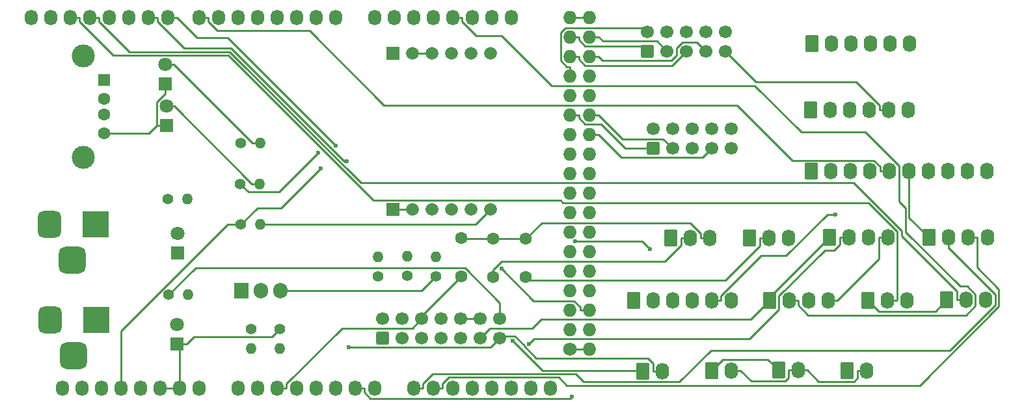
<source format=gbr>
G04 #@! TF.GenerationSoftware,KiCad,Pcbnew,7.0.9*
G04 #@! TF.CreationDate,2024-01-20T08:56:29+10:00*
G04 #@! TF.ProjectId,INSTRUMENTS_CONTROLLER,494e5354-5255-44d4-954e-54535f434f4e,rev?*
G04 #@! TF.SameCoordinates,Original*
G04 #@! TF.FileFunction,Copper,L1,Top*
G04 #@! TF.FilePolarity,Positive*
%FSLAX46Y46*%
G04 Gerber Fmt 4.6, Leading zero omitted, Abs format (unit mm)*
G04 Created by KiCad (PCBNEW 7.0.9) date 2024-01-20 08:56:29*
%MOMM*%
%LPD*%
G01*
G04 APERTURE LIST*
G04 Aperture macros list*
%AMRoundRect*
0 Rectangle with rounded corners*
0 $1 Rounding radius*
0 $2 $3 $4 $5 $6 $7 $8 $9 X,Y pos of 4 corners*
0 Add a 4 corners polygon primitive as box body*
4,1,4,$2,$3,$4,$5,$6,$7,$8,$9,$2,$3,0*
0 Add four circle primitives for the rounded corners*
1,1,$1+$1,$2,$3*
1,1,$1+$1,$4,$5*
1,1,$1+$1,$6,$7*
1,1,$1+$1,$8,$9*
0 Add four rect primitives between the rounded corners*
20,1,$1+$1,$2,$3,$4,$5,0*
20,1,$1+$1,$4,$5,$6,$7,0*
20,1,$1+$1,$6,$7,$8,$9,0*
20,1,$1+$1,$8,$9,$2,$3,0*%
G04 Aperture macros list end*
G04 #@! TA.AperFunction,ComponentPad*
%ADD10C,1.727200*%
G04 #@! TD*
G04 #@! TA.AperFunction,ComponentPad*
%ADD11O,1.727200X1.727200*%
G04 #@! TD*
G04 #@! TA.AperFunction,ComponentPad*
%ADD12O,1.727200X2.032000*%
G04 #@! TD*
G04 #@! TA.AperFunction,ComponentPad*
%ADD13R,1.800000X1.800000*%
G04 #@! TD*
G04 #@! TA.AperFunction,ComponentPad*
%ADD14C,1.800000*%
G04 #@! TD*
G04 #@! TA.AperFunction,ComponentPad*
%ADD15C,1.400000*%
G04 #@! TD*
G04 #@! TA.AperFunction,ComponentPad*
%ADD16O,1.400000X1.400000*%
G04 #@! TD*
G04 #@! TA.AperFunction,ComponentPad*
%ADD17R,1.905000X2.000000*%
G04 #@! TD*
G04 #@! TA.AperFunction,ComponentPad*
%ADD18O,1.905000X2.000000*%
G04 #@! TD*
G04 #@! TA.AperFunction,ComponentPad*
%ADD19RoundRect,0.250000X0.600000X-0.600000X0.600000X0.600000X-0.600000X0.600000X-0.600000X-0.600000X0*%
G04 #@! TD*
G04 #@! TA.AperFunction,ComponentPad*
%ADD20C,1.700000*%
G04 #@! TD*
G04 #@! TA.AperFunction,ComponentPad*
%ADD21RoundRect,0.250000X-0.620000X-0.845000X0.620000X-0.845000X0.620000X0.845000X-0.620000X0.845000X0*%
G04 #@! TD*
G04 #@! TA.AperFunction,ComponentPad*
%ADD22O,1.740000X2.190000*%
G04 #@! TD*
G04 #@! TA.AperFunction,ComponentPad*
%ADD23C,1.600000*%
G04 #@! TD*
G04 #@! TA.AperFunction,ComponentPad*
%ADD24R,3.500000X3.500000*%
G04 #@! TD*
G04 #@! TA.AperFunction,ComponentPad*
%ADD25RoundRect,0.750000X-0.750000X-1.000000X0.750000X-1.000000X0.750000X1.000000X-0.750000X1.000000X0*%
G04 #@! TD*
G04 #@! TA.AperFunction,ComponentPad*
%ADD26RoundRect,0.875000X-0.875000X-0.875000X0.875000X-0.875000X0.875000X0.875000X-0.875000X0.875000X0*%
G04 #@! TD*
G04 #@! TA.AperFunction,ComponentPad*
%ADD27R,1.500000X1.600000*%
G04 #@! TD*
G04 #@! TA.AperFunction,ComponentPad*
%ADD28C,3.000000*%
G04 #@! TD*
G04 #@! TA.AperFunction,ComponentPad*
%ADD29R,1.665000X1.665000*%
G04 #@! TD*
G04 #@! TA.AperFunction,ComponentPad*
%ADD30C,1.665000*%
G04 #@! TD*
G04 #@! TA.AperFunction,ViaPad*
%ADD31C,0.600000*%
G04 #@! TD*
G04 #@! TA.AperFunction,Conductor*
%ADD32C,0.250000*%
G04 #@! TD*
G04 APERTURE END LIST*
D10*
X197358000Y-114046000D03*
D11*
X199898000Y-114046000D03*
X197358000Y-111506000D03*
X199898000Y-111506000D03*
X197358000Y-108966000D03*
X199898000Y-108966000D03*
X197358000Y-106426000D03*
X199898000Y-106426000D03*
X197358000Y-103886000D03*
X199898000Y-103886000D03*
X197358000Y-101346000D03*
X199898000Y-101346000D03*
X197358000Y-98806000D03*
X199898000Y-98806000D03*
X197358000Y-96266000D03*
X199898000Y-96266000D03*
X197358000Y-93726000D03*
X199898000Y-93726000D03*
X197358000Y-91186000D03*
X199898000Y-91186000D03*
X197358000Y-88646000D03*
X199898000Y-88646000D03*
X197358000Y-86106000D03*
X199898000Y-86106000D03*
X197358000Y-83566000D03*
X199898000Y-83566000D03*
X197358000Y-81026000D03*
X199898000Y-81026000D03*
X197358000Y-78486000D03*
X199898000Y-78486000D03*
X197358000Y-75946000D03*
X199898000Y-75946000D03*
X197358000Y-73406000D03*
X199898000Y-73406000D03*
X197358000Y-70866000D03*
X199898000Y-70866000D03*
D12*
X131318000Y-119126000D03*
X133858000Y-119126000D03*
X136398000Y-119126000D03*
X138938000Y-119126000D03*
X141478000Y-119126000D03*
X144018000Y-119126000D03*
X146558000Y-119126000D03*
X149098000Y-119126000D03*
X177038000Y-119126000D03*
X179578000Y-119126000D03*
X182118000Y-119126000D03*
X184658000Y-119126000D03*
X187198000Y-119126000D03*
X189738000Y-119126000D03*
X192278000Y-119126000D03*
X194818000Y-119126000D03*
X127254000Y-70866000D03*
X129794000Y-70866000D03*
X132334000Y-70866000D03*
X134874000Y-70866000D03*
X137414000Y-70866000D03*
X139954000Y-70866000D03*
X142494000Y-70866000D03*
X145034000Y-70866000D03*
X149098000Y-70866000D03*
X151638000Y-70866000D03*
X154178000Y-70866000D03*
X156718000Y-70866000D03*
X159258000Y-70866000D03*
X161798000Y-70866000D03*
X164338000Y-70866000D03*
X166878000Y-70866000D03*
X171958000Y-70866000D03*
X174498000Y-70866000D03*
X177038000Y-70866000D03*
X179578000Y-70866000D03*
X182118000Y-70866000D03*
X184658000Y-70866000D03*
X187198000Y-70866000D03*
X189738000Y-70866000D03*
D13*
X146330000Y-101525000D03*
D14*
X146330000Y-98985000D03*
D13*
X146280000Y-113425000D03*
D14*
X146280000Y-110885000D03*
D15*
X145060000Y-94550000D03*
D16*
X147600000Y-94550000D03*
D13*
X144850000Y-84975000D03*
D14*
X144850000Y-82435000D03*
D17*
X154600000Y-106500000D03*
D18*
X157140000Y-106500000D03*
X159680000Y-106500000D03*
D19*
X208230000Y-87950000D03*
D20*
X208230000Y-85410000D03*
X210770000Y-87950000D03*
X210770000Y-85410000D03*
X213310000Y-87950000D03*
X213310000Y-85410000D03*
X215850000Y-87950000D03*
X215850000Y-85410000D03*
X218390000Y-87950000D03*
X218390000Y-85410000D03*
D15*
X179950000Y-104620000D03*
D16*
X179950000Y-102080000D03*
D15*
X154530000Y-97850000D03*
D16*
X157070000Y-97850000D03*
D21*
X223360000Y-107750000D03*
D22*
X225900000Y-107750000D03*
X228440000Y-107750000D03*
X230980000Y-107750000D03*
D23*
X187400000Y-104700000D03*
X187400000Y-99700000D03*
D15*
X145160000Y-107000000D03*
D16*
X147700000Y-107000000D03*
D15*
X159590000Y-111485000D03*
D16*
X159590000Y-114025000D03*
D21*
X228850000Y-74270000D03*
D22*
X231390000Y-74270000D03*
X233930000Y-74270000D03*
X236470000Y-74270000D03*
X239010000Y-74270000D03*
X241550000Y-74270000D03*
D24*
X135650000Y-97800000D03*
D25*
X129650000Y-97800000D03*
D26*
X132650000Y-102500000D03*
D27*
X136750000Y-79000000D03*
D23*
X136750000Y-81500000D03*
X136750000Y-83500000D03*
X136750000Y-86000000D03*
D28*
X134040000Y-75930000D03*
X134040000Y-89070000D03*
D23*
X191650000Y-104700000D03*
X191650000Y-99700000D03*
D21*
X224530000Y-116820000D03*
D22*
X227070000Y-116820000D03*
D12*
X154178000Y-119126000D03*
X156718000Y-119126000D03*
X159258000Y-119126000D03*
X161798000Y-119126000D03*
X164338000Y-119126000D03*
X166878000Y-119126000D03*
X169418000Y-119126000D03*
X171958000Y-119126000D03*
D15*
X154530000Y-87250000D03*
D16*
X157070000Y-87250000D03*
D21*
X244080000Y-99520000D03*
D22*
X246620000Y-99520000D03*
X249160000Y-99520000D03*
X251700000Y-99520000D03*
D21*
X246410000Y-107650000D03*
D22*
X248950000Y-107650000D03*
X251490000Y-107650000D03*
D24*
X135750000Y-110242500D03*
D25*
X129750000Y-110242500D03*
D26*
X132750000Y-114942500D03*
D15*
X154480000Y-92550000D03*
D16*
X157020000Y-92550000D03*
D21*
X233480000Y-116870000D03*
D22*
X236020000Y-116870000D03*
D23*
X183250000Y-104600000D03*
X183250000Y-99600000D03*
D19*
X173030000Y-112652500D03*
D20*
X173030000Y-110112500D03*
X175570000Y-112652500D03*
X175570000Y-110112500D03*
X178110000Y-112652500D03*
X178110000Y-110112500D03*
X180650000Y-112652500D03*
X180650000Y-110112500D03*
X183190000Y-112652500D03*
X183190000Y-110112500D03*
X185730000Y-112652500D03*
X185730000Y-110112500D03*
X188270000Y-112652500D03*
X188270000Y-110112500D03*
D21*
X205680000Y-107750000D03*
D22*
X208220000Y-107750000D03*
X210760000Y-107750000D03*
X213300000Y-107750000D03*
X215840000Y-107750000D03*
X218380000Y-107750000D03*
D21*
X236160000Y-107700000D03*
D22*
X238700000Y-107700000D03*
X241240000Y-107700000D03*
D13*
X144750000Y-79575000D03*
D14*
X144750000Y-77035000D03*
D21*
X220750000Y-99620000D03*
D22*
X223290000Y-99620000D03*
X225830000Y-99620000D03*
D29*
X174340000Y-95885000D03*
D30*
X176880000Y-95885000D03*
X179420000Y-95885000D03*
X181960000Y-95885000D03*
X184500000Y-95885000D03*
X187040000Y-95885000D03*
D29*
X174340000Y-75565000D03*
D30*
X176880000Y-75565000D03*
X179420000Y-75565000D03*
X181960000Y-75565000D03*
X184500000Y-75565000D03*
X187040000Y-75565000D03*
D21*
X231150000Y-99500000D03*
D22*
X233690000Y-99500000D03*
X236230000Y-99500000D03*
X238770000Y-99500000D03*
D15*
X155940000Y-111435000D03*
D16*
X155940000Y-113975000D03*
D21*
X228730000Y-82950000D03*
D22*
X231270000Y-82950000D03*
X233810000Y-82950000D03*
X236350000Y-82950000D03*
X238890000Y-82950000D03*
X241430000Y-82950000D03*
D21*
X210550000Y-99570000D03*
D22*
X213090000Y-99570000D03*
X215630000Y-99570000D03*
D21*
X228820000Y-90920000D03*
D22*
X231360000Y-90920000D03*
X233900000Y-90920000D03*
X236440000Y-90920000D03*
X238980000Y-90920000D03*
X241520000Y-90920000D03*
X244060000Y-90920000D03*
X246600000Y-90920000D03*
X249140000Y-90920000D03*
X251680000Y-90920000D03*
D15*
X172400000Y-104620000D03*
D16*
X172400000Y-102080000D03*
D21*
X206880000Y-116920000D03*
D22*
X209420000Y-116920000D03*
D19*
X207470000Y-75302500D03*
D20*
X207470000Y-72762500D03*
X210010000Y-75302500D03*
X210010000Y-72762500D03*
X212550000Y-75302500D03*
X212550000Y-72762500D03*
X215090000Y-75302500D03*
X215090000Y-72762500D03*
X217630000Y-75302500D03*
X217630000Y-72762500D03*
D21*
X215860000Y-116850000D03*
D22*
X218400000Y-116850000D03*
D15*
X176250000Y-104520000D03*
D16*
X176250000Y-101980000D03*
D31*
X197679100Y-120252300D03*
X207771800Y-101006000D03*
X198086300Y-100007200D03*
X192041300Y-113413900D03*
X166938400Y-87595600D03*
X168337600Y-89650300D03*
X164640800Y-88525200D03*
X188459100Y-103551000D03*
X231952900Y-96528700D03*
X168636300Y-113828800D03*
X189917300Y-112977200D03*
X164965500Y-90527200D03*
D32*
X170606900Y-119646100D02*
X170606900Y-119126000D01*
X171434300Y-120473500D02*
X170606900Y-119646100D01*
X197457900Y-120473500D02*
X171434300Y-120473500D01*
X197679100Y-120252300D02*
X197457900Y-120473500D01*
X169418000Y-119126000D02*
X170606900Y-119126000D01*
X206773000Y-100007200D02*
X198086300Y-100007200D01*
X207771800Y-101006000D02*
X206773000Y-100007200D01*
X225900000Y-107750000D02*
X227095300Y-107750000D01*
X182118000Y-70866000D02*
X183306900Y-70866000D01*
X183306900Y-71386100D02*
X183306900Y-70866000D01*
X185155500Y-73234700D02*
X183306900Y-71386100D01*
X188493300Y-73234700D02*
X185155500Y-73234700D01*
X195014600Y-79756000D02*
X188493300Y-73234700D01*
X221446600Y-79756000D02*
X195014600Y-79756000D01*
X227483700Y-85793100D02*
X221446600Y-79756000D01*
X235820800Y-85793100D02*
X227483700Y-85793100D01*
X240250000Y-90222300D02*
X235820800Y-85793100D01*
X240250000Y-94883500D02*
X240250000Y-90222300D01*
X241069600Y-95703100D02*
X240250000Y-94883500D01*
X241069600Y-98815500D02*
X241069600Y-95703100D01*
X248146500Y-105892400D02*
X241069600Y-98815500D01*
X249124900Y-105892400D02*
X248146500Y-105892400D01*
X250164800Y-106932300D02*
X249124900Y-105892400D01*
X250164800Y-108419500D02*
X250164800Y-106932300D01*
X248931000Y-109653300D02*
X250164800Y-108419500D01*
X228400900Y-109653300D02*
X248931000Y-109653300D01*
X227095300Y-108347700D02*
X228400900Y-109653300D01*
X227095300Y-107750000D02*
X227095300Y-108347700D01*
X248950000Y-107650000D02*
X247754700Y-107650000D01*
X134874000Y-70866000D02*
X136062900Y-70866000D01*
X136062900Y-71386100D02*
X136062900Y-70866000D01*
X140023200Y-75346400D02*
X136062900Y-71386100D01*
X153097200Y-75346400D02*
X140023200Y-75346400D01*
X170186800Y-92436000D02*
X153097200Y-75346400D01*
X234298300Y-92436000D02*
X170186800Y-92436000D01*
X240552800Y-98690500D02*
X234298300Y-92436000D01*
X240552800Y-99327300D02*
X240552800Y-98690500D01*
X247754700Y-106529200D02*
X240552800Y-99327300D01*
X247754700Y-107650000D02*
X247754700Y-106529200D01*
X133522900Y-71386100D02*
X133522900Y-70866000D01*
X137946400Y-75809600D02*
X133522900Y-71386100D01*
X152923500Y-75809600D02*
X137946400Y-75809600D01*
X171841000Y-94727100D02*
X152923500Y-75809600D01*
X196169000Y-94727100D02*
X171841000Y-94727100D01*
X196437900Y-94996000D02*
X196169000Y-94727100D01*
X236221400Y-94996000D02*
X196437900Y-94996000D01*
X239968400Y-98743000D02*
X236221400Y-94996000D01*
X239968400Y-107626900D02*
X239968400Y-98743000D01*
X239895300Y-107700000D02*
X239968400Y-107626900D01*
X238700000Y-107700000D02*
X239895300Y-107700000D01*
X132334000Y-70866000D02*
X133522900Y-70866000D01*
X192029500Y-105079500D02*
X191650000Y-104700000D01*
X217606400Y-105079500D02*
X192029500Y-105079500D01*
X222094700Y-100591200D02*
X217606400Y-105079500D01*
X222094700Y-99620000D02*
X222094700Y-100591200D01*
X223290000Y-99620000D02*
X222094700Y-99620000D01*
X213090000Y-99570000D02*
X211894700Y-99570000D01*
X187400000Y-103725800D02*
X187400000Y-104700000D01*
X188472200Y-102653600D02*
X187400000Y-103725800D01*
X209782300Y-102653600D02*
X188472200Y-102653600D01*
X211894700Y-100541200D02*
X209782300Y-102653600D01*
X211894700Y-99570000D02*
X211894700Y-100541200D01*
X192760200Y-112695000D02*
X192041300Y-113413900D01*
X220755300Y-112695000D02*
X192760200Y-112695000D01*
X224564300Y-108886000D02*
X220755300Y-112695000D01*
X224564300Y-107168800D02*
X224564300Y-108886000D01*
X230550900Y-101182200D02*
X224564300Y-107168800D01*
X231783700Y-101182200D02*
X230550900Y-101182200D01*
X232494700Y-100471200D02*
X231783700Y-101182200D01*
X232494700Y-99500000D02*
X232494700Y-100471200D01*
X233690000Y-99500000D02*
X232494700Y-99500000D01*
X249160000Y-99520000D02*
X250355300Y-99520000D01*
X179578000Y-119126000D02*
X180766900Y-119126000D01*
X250355300Y-103451200D02*
X250355300Y-99520000D01*
X253188800Y-106284700D02*
X250355300Y-103451200D01*
X253188800Y-108521900D02*
X253188800Y-106284700D01*
X242902600Y-118808100D02*
X253188800Y-108521900D01*
X196976000Y-118808100D02*
X242902600Y-118808100D01*
X195921800Y-117753900D02*
X196976000Y-118808100D01*
X181618900Y-117753900D02*
X195921800Y-117753900D01*
X180766900Y-118605900D02*
X181618900Y-117753900D01*
X180766900Y-119126000D02*
X180766900Y-118605900D01*
X178226900Y-118605900D02*
X178226900Y-119126000D01*
X179529300Y-117303500D02*
X178226900Y-118605900D01*
X198129000Y-117303500D02*
X179529300Y-117303500D01*
X199178000Y-118352500D02*
X198129000Y-117303500D01*
X211645900Y-118352500D02*
X199178000Y-118352500D01*
X215789300Y-114209100D02*
X211645900Y-118352500D01*
X246864700Y-114209100D02*
X215789300Y-114209100D01*
X252738500Y-108335300D02*
X246864700Y-114209100D01*
X252738500Y-106940000D02*
X252738500Y-108335300D01*
X246738800Y-100940300D02*
X252738500Y-106940000D01*
X246620000Y-100940300D02*
X246738800Y-100940300D01*
X246620000Y-99520000D02*
X246620000Y-100940300D01*
X177038000Y-119126000D02*
X178226900Y-119126000D01*
X150286900Y-71386100D02*
X150286900Y-70866000D01*
X151494800Y-72594000D02*
X150286900Y-71386100D01*
X163480100Y-72594000D02*
X151494800Y-72594000D01*
X173182100Y-82296000D02*
X163480100Y-72594000D01*
X219161700Y-82296000D02*
X173182100Y-82296000D01*
X226364300Y-89498600D02*
X219161700Y-82296000D01*
X236960900Y-89498600D02*
X226364300Y-89498600D01*
X237784700Y-90322400D02*
X236960900Y-89498600D01*
X237784700Y-90920000D02*
X237784700Y-90322400D01*
X238980000Y-90920000D02*
X237784700Y-90920000D01*
X149098000Y-70866000D02*
X150286900Y-70866000D01*
X185075000Y-97850000D02*
X158095300Y-97850000D01*
X187040000Y-95885000D02*
X185075000Y-97850000D01*
X157070000Y-97850000D02*
X158095300Y-97850000D01*
X145034000Y-70866000D02*
X146222900Y-70866000D01*
X148902100Y-73545200D02*
X146222900Y-70866000D01*
X152888000Y-73545200D02*
X148902100Y-73545200D01*
X166938400Y-87595600D02*
X152888000Y-73545200D01*
X142494000Y-70866000D02*
X143682900Y-70866000D01*
X143682900Y-71386100D02*
X143682900Y-70866000D01*
X147192800Y-74896000D02*
X143682900Y-71386100D01*
X153293300Y-74896000D02*
X147192800Y-74896000D01*
X168047600Y-89650300D02*
X153293300Y-74896000D01*
X168337600Y-89650300D02*
X168047600Y-89650300D01*
X199898000Y-114046000D02*
X197358000Y-114046000D01*
X199898000Y-70866000D02*
X197358000Y-70866000D01*
X159566300Y-93599700D02*
X164640800Y-88525200D01*
X155529700Y-93599700D02*
X159566300Y-93599700D01*
X154480000Y-92550000D02*
X155529700Y-93599700D01*
X198709100Y-108594400D02*
X198709100Y-108966000D01*
X197891800Y-107777100D02*
X198709100Y-108594400D01*
X192685200Y-107777100D02*
X197891800Y-107777100D01*
X188459100Y-103551000D02*
X192685200Y-107777100D01*
X199898000Y-108966000D02*
X198709100Y-108966000D01*
X230875500Y-96528700D02*
X231952900Y-96528700D01*
X225515000Y-101889200D02*
X230875500Y-96528700D01*
X222298500Y-101889200D02*
X225515000Y-101889200D01*
X217035300Y-107152400D02*
X222298500Y-101889200D01*
X217035300Y-107750000D02*
X217035300Y-107152400D01*
X215840000Y-107750000D02*
X217035300Y-107750000D01*
X199898000Y-86106000D02*
X201086900Y-86106000D01*
X204111100Y-89130200D02*
X201086900Y-86106000D01*
X214669800Y-89130200D02*
X204111100Y-89130200D01*
X215850000Y-87950000D02*
X214669800Y-89130200D01*
X199898000Y-83566000D02*
X201086900Y-83566000D01*
X204221600Y-86700700D02*
X201086900Y-83566000D01*
X209520700Y-86700700D02*
X204221600Y-86700700D01*
X210770000Y-87950000D02*
X209520700Y-86700700D01*
X198546900Y-83937600D02*
X198546900Y-83566000D01*
X199364200Y-84754900D02*
X198546900Y-83937600D01*
X201407600Y-84754900D02*
X199364200Y-84754900D01*
X204602700Y-87950000D02*
X201407600Y-84754900D01*
X208230000Y-87950000D02*
X204602700Y-87950000D01*
X197358000Y-83566000D02*
X198546900Y-83566000D01*
X221006300Y-118261000D02*
X219595300Y-116850000D01*
X225404900Y-118261000D02*
X221006300Y-118261000D01*
X225874700Y-117791200D02*
X225404900Y-118261000D01*
X225874700Y-116820000D02*
X225874700Y-117791200D01*
X227070000Y-116820000D02*
X225874700Y-116820000D01*
X218400000Y-116850000D02*
X219595300Y-116850000D01*
X209420000Y-116920000D02*
X208224700Y-116920000D01*
X229763500Y-118318200D02*
X228265300Y-116820000D01*
X234347700Y-118318200D02*
X229763500Y-118318200D01*
X234824700Y-117841200D02*
X234347700Y-118318200D01*
X234824700Y-116870000D02*
X234824700Y-117841200D01*
X236020000Y-116870000D02*
X234824700Y-116870000D01*
X227070000Y-116820000D02*
X228265300Y-116820000D01*
X187093700Y-113828800D02*
X168636300Y-113828800D01*
X188270000Y-112652500D02*
X187093700Y-113828800D01*
X188570600Y-112351900D02*
X188270000Y-112652500D01*
X190176400Y-112351900D02*
X188570600Y-112351900D01*
X191416000Y-113591500D02*
X190176400Y-112351900D01*
X191416000Y-113673000D02*
X191416000Y-113591500D01*
X192985000Y-115242000D02*
X191416000Y-113673000D01*
X207517900Y-115242000D02*
X192985000Y-115242000D01*
X208224700Y-115948800D02*
X207517900Y-115242000D01*
X208224700Y-116920000D02*
X208224700Y-115948800D01*
X201625800Y-76484900D02*
X201086900Y-75946000D01*
X210597700Y-76484900D02*
X201625800Y-76484900D01*
X211280000Y-75802600D02*
X210597700Y-76484900D01*
X211280000Y-74871500D02*
X211280000Y-75802600D01*
X212024400Y-74127100D02*
X211280000Y-74871500D01*
X213914600Y-74127100D02*
X212024400Y-74127100D01*
X215090000Y-75302500D02*
X213914600Y-74127100D01*
X199898000Y-75946000D02*
X201086900Y-75946000D01*
X198546900Y-76317600D02*
X198546900Y-75946000D01*
X199364200Y-77134900D02*
X198546900Y-76317600D01*
X210717600Y-77134900D02*
X199364200Y-77134900D01*
X212550000Y-75302500D02*
X210717600Y-77134900D01*
X197358000Y-75946000D02*
X198546900Y-75946000D01*
X201661300Y-73980400D02*
X201086900Y-73406000D01*
X208687900Y-73980400D02*
X201661300Y-73980400D01*
X210010000Y-75302500D02*
X208687900Y-73980400D01*
X199898000Y-73406000D02*
X201086900Y-73406000D01*
X196988500Y-77297100D02*
X197358000Y-77297100D01*
X196158000Y-76466600D02*
X196988500Y-77297100D01*
X196158000Y-72861000D02*
X196158000Y-76466600D01*
X196804700Y-72214300D02*
X196158000Y-72861000D01*
X206921800Y-72214300D02*
X196804700Y-72214300D01*
X207470000Y-72762500D02*
X206921800Y-72214300D01*
X197358000Y-78486000D02*
X197358000Y-77297100D01*
X198546900Y-73777600D02*
X198546900Y-73406000D01*
X199364200Y-74594900D02*
X198546900Y-73777600D01*
X206762400Y-74594900D02*
X199364200Y-74594900D01*
X207470000Y-75302500D02*
X206762400Y-74594900D01*
X197358000Y-73406000D02*
X198546900Y-73406000D01*
X217296900Y-115413100D02*
X215860000Y-116850000D01*
X223123100Y-115413100D02*
X217296900Y-115413100D01*
X224530000Y-116820000D02*
X223123100Y-115413100D01*
X148687400Y-103472600D02*
X145160000Y-107000000D01*
X183716100Y-103472600D02*
X148687400Y-103472600D01*
X188270000Y-108026500D02*
X183716100Y-103472600D01*
X188270000Y-110112500D02*
X188270000Y-108026500D01*
X221633100Y-79305600D02*
X217630000Y-75302500D01*
X234647900Y-79305600D02*
X221633100Y-79305600D01*
X237694700Y-82352400D02*
X234647900Y-79305600D01*
X237694700Y-82950000D02*
X237694700Y-82352400D01*
X238890000Y-82950000D02*
X237694700Y-82950000D01*
X193788000Y-116847900D02*
X189917300Y-112977200D01*
X206807900Y-116847900D02*
X193788000Y-116847900D01*
X206880000Y-116920000D02*
X206807900Y-116847900D01*
X244933700Y-109126300D02*
X246410000Y-107650000D01*
X237586300Y-109126300D02*
X244933700Y-109126300D01*
X236160000Y-107700000D02*
X237586300Y-109126300D01*
X241520000Y-96960000D02*
X244080000Y-99520000D01*
X241520000Y-90920000D02*
X241520000Y-96960000D01*
X223360000Y-107290000D02*
X231150000Y-99500000D01*
X223360000Y-107750000D02*
X223360000Y-107290000D01*
X187000000Y-111382500D02*
X185730000Y-112652500D01*
X192439900Y-111382500D02*
X187000000Y-111382500D01*
X193667400Y-110155000D02*
X192439900Y-111382500D01*
X220955000Y-110155000D02*
X193667400Y-110155000D01*
X223360000Y-107750000D02*
X220955000Y-110155000D01*
X145879700Y-82435000D02*
X144850000Y-82435000D01*
X155994700Y-92550000D02*
X145879700Y-82435000D01*
X157020000Y-92550000D02*
X155994700Y-92550000D01*
X145829700Y-77035000D02*
X144750000Y-77035000D01*
X156044700Y-87250000D02*
X145829700Y-77035000D01*
X157070000Y-87250000D02*
X156044700Y-87250000D01*
X178110000Y-109740000D02*
X178110000Y-110112500D01*
X183250000Y-104600000D02*
X178110000Y-109740000D01*
X160446900Y-118605900D02*
X160446900Y-119126000D01*
X167723700Y-111329100D02*
X160446900Y-118605900D01*
X176893400Y-111329100D02*
X167723700Y-111329100D01*
X178110000Y-110112500D02*
X176893400Y-111329100D01*
X159258000Y-119126000D02*
X160446900Y-119126000D01*
X179420000Y-75565000D02*
X176880000Y-75565000D01*
X138938000Y-111743300D02*
X138938000Y-119126000D01*
X152831300Y-97850000D02*
X138938000Y-111743300D01*
X154530000Y-97850000D02*
X152831300Y-97850000D01*
X156708300Y-95671700D02*
X154530000Y-97850000D01*
X159821000Y-95671700D02*
X156708300Y-95671700D01*
X164965500Y-90527200D02*
X159821000Y-95671700D01*
X176880000Y-95885000D02*
X174340000Y-95885000D01*
X185730000Y-110112500D02*
X183190000Y-110112500D01*
X146558000Y-119126000D02*
X144018000Y-119126000D01*
X144850000Y-84975000D02*
X143624700Y-84975000D01*
X143624700Y-81925600D02*
X143624700Y-84975000D01*
X144750000Y-80800300D02*
X143624700Y-81925600D01*
X144750000Y-79575000D02*
X144750000Y-80800300D01*
X148453200Y-112477100D02*
X147505300Y-113425000D01*
X158597900Y-112477100D02*
X148453200Y-112477100D01*
X159590000Y-111485000D02*
X158597900Y-112477100D01*
X237574700Y-102350600D02*
X232175300Y-107750000D01*
X237574700Y-99500000D02*
X237574700Y-102350600D01*
X238770000Y-99500000D02*
X237574700Y-99500000D01*
X230980000Y-107750000D02*
X232175300Y-107750000D01*
X146280000Y-113425000D02*
X146892700Y-113425000D01*
X146892700Y-113425000D02*
X147505300Y-113425000D01*
X146558000Y-113759700D02*
X146558000Y-119126000D01*
X146892700Y-113425000D02*
X146558000Y-113759700D01*
X142599700Y-86000000D02*
X143624700Y-84975000D01*
X136750000Y-86000000D02*
X142599700Y-86000000D01*
X178070000Y-106500000D02*
X159680000Y-106500000D01*
X179950000Y-104620000D02*
X178070000Y-106500000D01*
X191650000Y-99700000D02*
X187400000Y-99700000D01*
X183350000Y-99700000D02*
X183250000Y-99600000D01*
X187400000Y-99700000D02*
X183350000Y-99700000D01*
X193738700Y-97611300D02*
X191650000Y-99700000D01*
X213073600Y-97611300D02*
X193738700Y-97611300D01*
X214434700Y-98972400D02*
X213073600Y-97611300D01*
X214434700Y-99570000D02*
X214434700Y-98972400D01*
X215630000Y-99570000D02*
X214434700Y-99570000D01*
M02*

</source>
